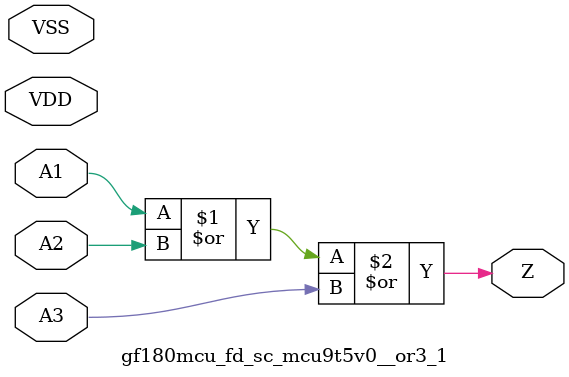
<source format=v>

module gf180mcu_fd_sc_mcu9t5v0__or3_1( A1, A2, A3, Z, VDD, VSS );
input A1, A2, A3;
inout VDD, VSS;
output Z;

	or MGM_BG_0( Z, A1, A2, A3 );

endmodule

</source>
